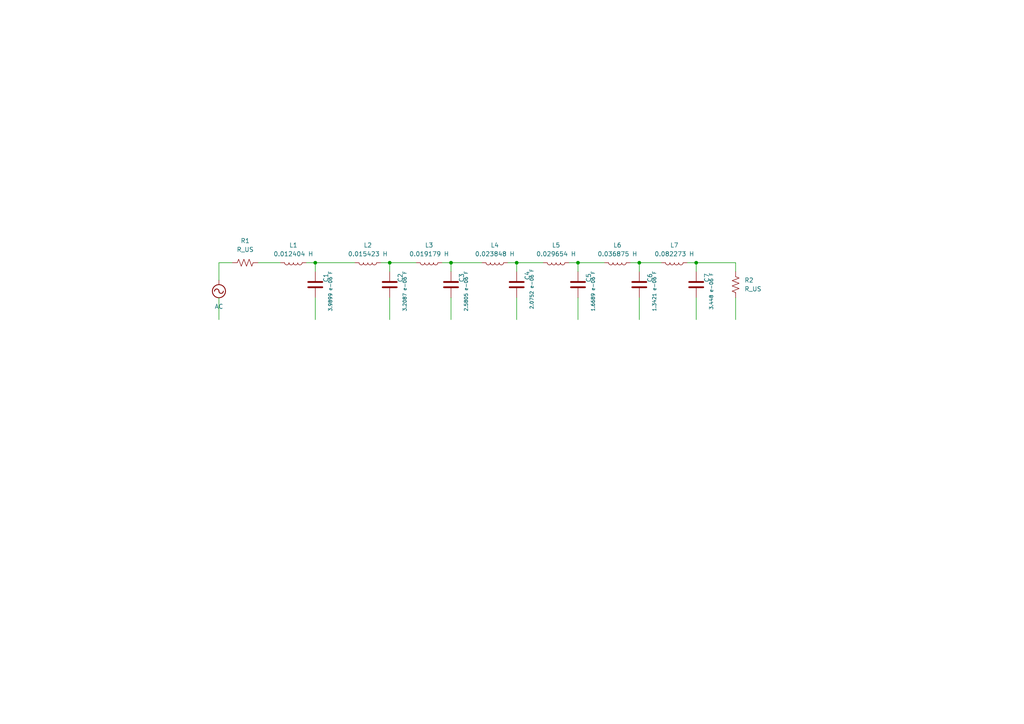
<source format=kicad_sch>
(kicad_sch (version 20211123) (generator eeschema)

  (uuid e3099702-ee51-47c9-b4be-fd614de56fd1)

  (paper "A4")

  (title_block
    (title "Matching Circuit Schematic with 7 LC Pairs")
    (date "2022-12-30")
    (rev "0")
    (company "The Ohio State University")
  )

  (lib_symbols
    (symbol "Device:C" (pin_numbers hide) (pin_names (offset 0.254)) (in_bom yes) (on_board yes)
      (property "Reference" "C" (id 0) (at 0.635 2.54 0)
        (effects (font (size 1.27 1.27)) (justify left))
      )
      (property "Value" "C" (id 1) (at 0.635 -2.54 0)
        (effects (font (size 1.27 1.27)) (justify left))
      )
      (property "Footprint" "" (id 2) (at 0.9652 -3.81 0)
        (effects (font (size 1.27 1.27)) hide)
      )
      (property "Datasheet" "~" (id 3) (at 0 0 0)
        (effects (font (size 1.27 1.27)) hide)
      )
      (property "ki_keywords" "cap capacitor" (id 4) (at 0 0 0)
        (effects (font (size 1.27 1.27)) hide)
      )
      (property "ki_description" "Unpolarized capacitor" (id 5) (at 0 0 0)
        (effects (font (size 1.27 1.27)) hide)
      )
      (property "ki_fp_filters" "C_*" (id 6) (at 0 0 0)
        (effects (font (size 1.27 1.27)) hide)
      )
      (symbol "C_0_1"
        (polyline
          (pts
            (xy -2.032 -0.762)
            (xy 2.032 -0.762)
          )
          (stroke (width 0.508) (type default) (color 0 0 0 0))
          (fill (type none))
        )
        (polyline
          (pts
            (xy -2.032 0.762)
            (xy 2.032 0.762)
          )
          (stroke (width 0.508) (type default) (color 0 0 0 0))
          (fill (type none))
        )
      )
      (symbol "C_1_1"
        (pin passive line (at 0 3.81 270) (length 2.794)
          (name "~" (effects (font (size 1.27 1.27))))
          (number "1" (effects (font (size 1.27 1.27))))
        )
        (pin passive line (at 0 -3.81 90) (length 2.794)
          (name "~" (effects (font (size 1.27 1.27))))
          (number "2" (effects (font (size 1.27 1.27))))
        )
      )
    )
    (symbol "Device:L" (pin_numbers hide) (pin_names (offset 1.016) hide) (in_bom yes) (on_board yes)
      (property "Reference" "L" (id 0) (at -1.27 0 90)
        (effects (font (size 1.27 1.27)))
      )
      (property "Value" "L" (id 1) (at 1.905 0 90)
        (effects (font (size 1.27 1.27)))
      )
      (property "Footprint" "" (id 2) (at 0 0 0)
        (effects (font (size 1.27 1.27)) hide)
      )
      (property "Datasheet" "~" (id 3) (at 0 0 0)
        (effects (font (size 1.27 1.27)) hide)
      )
      (property "ki_keywords" "inductor choke coil reactor magnetic" (id 4) (at 0 0 0)
        (effects (font (size 1.27 1.27)) hide)
      )
      (property "ki_description" "Inductor" (id 5) (at 0 0 0)
        (effects (font (size 1.27 1.27)) hide)
      )
      (property "ki_fp_filters" "Choke_* *Coil* Inductor_* L_*" (id 6) (at 0 0 0)
        (effects (font (size 1.27 1.27)) hide)
      )
      (symbol "L_0_1"
        (arc (start 0 -2.54) (mid 0.635 -1.905) (end 0 -1.27)
          (stroke (width 0) (type default) (color 0 0 0 0))
          (fill (type none))
        )
        (arc (start 0 -1.27) (mid 0.635 -0.635) (end 0 0)
          (stroke (width 0) (type default) (color 0 0 0 0))
          (fill (type none))
        )
        (arc (start 0 0) (mid 0.635 0.635) (end 0 1.27)
          (stroke (width 0) (type default) (color 0 0 0 0))
          (fill (type none))
        )
        (arc (start 0 1.27) (mid 0.635 1.905) (end 0 2.54)
          (stroke (width 0) (type default) (color 0 0 0 0))
          (fill (type none))
        )
      )
      (symbol "L_1_1"
        (pin passive line (at 0 3.81 270) (length 1.27)
          (name "1" (effects (font (size 1.27 1.27))))
          (number "1" (effects (font (size 1.27 1.27))))
        )
        (pin passive line (at 0 -3.81 90) (length 1.27)
          (name "2" (effects (font (size 1.27 1.27))))
          (number "2" (effects (font (size 1.27 1.27))))
        )
      )
    )
    (symbol "Device:R_US" (pin_numbers hide) (pin_names (offset 0)) (in_bom yes) (on_board yes)
      (property "Reference" "R" (id 0) (at 2.54 0 90)
        (effects (font (size 1.27 1.27)))
      )
      (property "Value" "R_US" (id 1) (at -2.54 0 90)
        (effects (font (size 1.27 1.27)))
      )
      (property "Footprint" "" (id 2) (at 1.016 -0.254 90)
        (effects (font (size 1.27 1.27)) hide)
      )
      (property "Datasheet" "~" (id 3) (at 0 0 0)
        (effects (font (size 1.27 1.27)) hide)
      )
      (property "ki_keywords" "R res resistor" (id 4) (at 0 0 0)
        (effects (font (size 1.27 1.27)) hide)
      )
      (property "ki_description" "Resistor, US symbol" (id 5) (at 0 0 0)
        (effects (font (size 1.27 1.27)) hide)
      )
      (property "ki_fp_filters" "R_*" (id 6) (at 0 0 0)
        (effects (font (size 1.27 1.27)) hide)
      )
      (symbol "R_US_0_1"
        (polyline
          (pts
            (xy 0 -2.286)
            (xy 0 -2.54)
          )
          (stroke (width 0) (type default) (color 0 0 0 0))
          (fill (type none))
        )
        (polyline
          (pts
            (xy 0 2.286)
            (xy 0 2.54)
          )
          (stroke (width 0) (type default) (color 0 0 0 0))
          (fill (type none))
        )
        (polyline
          (pts
            (xy 0 -0.762)
            (xy 1.016 -1.143)
            (xy 0 -1.524)
            (xy -1.016 -1.905)
            (xy 0 -2.286)
          )
          (stroke (width 0) (type default) (color 0 0 0 0))
          (fill (type none))
        )
        (polyline
          (pts
            (xy 0 0.762)
            (xy 1.016 0.381)
            (xy 0 0)
            (xy -1.016 -0.381)
            (xy 0 -0.762)
          )
          (stroke (width 0) (type default) (color 0 0 0 0))
          (fill (type none))
        )
        (polyline
          (pts
            (xy 0 2.286)
            (xy 1.016 1.905)
            (xy 0 1.524)
            (xy -1.016 1.143)
            (xy 0 0.762)
          )
          (stroke (width 0) (type default) (color 0 0 0 0))
          (fill (type none))
        )
      )
      (symbol "R_US_1_1"
        (pin passive line (at 0 3.81 270) (length 1.27)
          (name "~" (effects (font (size 1.27 1.27))))
          (number "1" (effects (font (size 1.27 1.27))))
        )
        (pin passive line (at 0 -3.81 90) (length 1.27)
          (name "~" (effects (font (size 1.27 1.27))))
          (number "2" (effects (font (size 1.27 1.27))))
        )
      )
    )
    (symbol "power:AC" (power) (pin_names (offset 0)) (in_bom yes) (on_board yes)
      (property "Reference" "#PWR" (id 0) (at 0 -2.54 0)
        (effects (font (size 1.27 1.27)) hide)
      )
      (property "Value" "AC" (id 1) (at 0 6.35 0)
        (effects (font (size 1.27 1.27)))
      )
      (property "Footprint" "" (id 2) (at 0 0 0)
        (effects (font (size 1.27 1.27)) hide)
      )
      (property "Datasheet" "" (id 3) (at 0 0 0)
        (effects (font (size 1.27 1.27)) hide)
      )
      (property "ki_keywords" "power-flag" (id 4) (at 0 0 0)
        (effects (font (size 1.27 1.27)) hide)
      )
      (property "ki_description" "Power symbol creates a global label with name \"AC\"" (id 5) (at 0 0 0)
        (effects (font (size 1.27 1.27)) hide)
      )
      (symbol "AC_0_1"
        (polyline
          (pts
            (xy 0 0)
            (xy 0 1.27)
          )
          (stroke (width 0) (type default) (color 0 0 0 0))
          (fill (type none))
        )
        (arc (start 0 3.175) (mid -0.635 3.81) (end -1.27 3.175)
          (stroke (width 0.254) (type default) (color 0 0 0 0))
          (fill (type none))
        )
        (arc (start 0 3.175) (mid 0.635 2.54) (end 1.27 3.175)
          (stroke (width 0.254) (type default) (color 0 0 0 0))
          (fill (type none))
        )
        (circle (center 0 3.175) (radius 1.905)
          (stroke (width 0.254) (type default) (color 0 0 0 0))
          (fill (type none))
        )
      )
      (symbol "AC_1_1"
        (pin power_in line (at 0 0 90) (length 0) hide
          (name "AC" (effects (font (size 1.27 1.27))))
          (number "1" (effects (font (size 1.27 1.27))))
        )
      )
    )
  )

  (junction (at 130.81 76.2) (diameter 0) (color 0 0 0 0)
    (uuid 51db4003-1a14-4496-94ce-ebd2817cedd5)
  )
  (junction (at 167.64 76.2) (diameter 0) (color 0 0 0 0)
    (uuid 721917ca-171f-412a-b323-42218ab9f897)
  )
  (junction (at 113.03 76.2) (diameter 0) (color 0 0 0 0)
    (uuid a9d8f7de-0b42-4f3f-aef1-699e538b3f24)
  )
  (junction (at 91.44 76.2) (diameter 0) (color 0 0 0 0)
    (uuid c7efe85d-5d3d-4ff9-bcba-c00cb8109a63)
  )
  (junction (at 185.42 76.2) (diameter 0) (color 0 0 0 0)
    (uuid db06c1e8-24b9-4540-b494-e94ab7ba5016)
  )
  (junction (at 149.86 76.2) (diameter 0) (color 0 0 0 0)
    (uuid defeaf5f-9dfd-405e-a969-dd83c8c5cab7)
  )
  (junction (at 201.93 76.2) (diameter 0) (color 0 0 0 0)
    (uuid ea19423e-8c73-4cd5-9ca4-18d027b5914c)
  )

  (wire (pts (xy 149.86 76.2) (xy 149.86 78.74))
    (stroke (width 0) (type default) (color 0 0 0 0))
    (uuid 06882bf0-8f54-419a-9faa-cee4818369f6)
  )
  (wire (pts (xy 91.44 76.2) (xy 91.44 78.74))
    (stroke (width 0) (type default) (color 0 0 0 0))
    (uuid 08532260-d590-4365-acd3-87f577d53e5f)
  )
  (wire (pts (xy 167.64 76.2) (xy 167.64 78.74))
    (stroke (width 0) (type default) (color 0 0 0 0))
    (uuid 0c81d17d-1a31-4830-aaf8-27f0f761caca)
  )
  (wire (pts (xy 74.93 76.2) (xy 81.28 76.2))
    (stroke (width 0) (type default) (color 0 0 0 0))
    (uuid 126dd52c-6c30-4db4-91ff-3642d87bff6c)
  )
  (wire (pts (xy 110.49 76.2) (xy 113.03 76.2))
    (stroke (width 0) (type default) (color 0 0 0 0))
    (uuid 1587dcd4-ecfb-42ba-a3e1-1c4487040086)
  )
  (wire (pts (xy 88.9 76.2) (xy 91.44 76.2))
    (stroke (width 0) (type default) (color 0 0 0 0))
    (uuid 1c23c41d-fbdf-4f9c-8d1a-7afebeb25afa)
  )
  (wire (pts (xy 113.03 86.36) (xy 113.03 92.71))
    (stroke (width 0) (type default) (color 0 0 0 0))
    (uuid 2586d8c6-d123-4cd4-a09a-ee20d4239c97)
  )
  (wire (pts (xy 128.27 76.2) (xy 130.81 76.2))
    (stroke (width 0) (type default) (color 0 0 0 0))
    (uuid 29d649c8-d2bc-4c38-9a7c-d4599bf4bc63)
  )
  (wire (pts (xy 182.88 76.2) (xy 185.42 76.2))
    (stroke (width 0) (type default) (color 0 0 0 0))
    (uuid 3bc710df-ff36-4890-9e5c-71a32d034d65)
  )
  (wire (pts (xy 91.44 76.2) (xy 102.87 76.2))
    (stroke (width 0) (type default) (color 0 0 0 0))
    (uuid 3ef42065-750e-4a6c-9da9-21360e20d157)
  )
  (wire (pts (xy 185.42 76.2) (xy 185.42 78.74))
    (stroke (width 0) (type default) (color 0 0 0 0))
    (uuid 4816b03f-4110-4530-9c7f-4ac3236b306c)
  )
  (wire (pts (xy 130.81 76.2) (xy 130.81 78.74))
    (stroke (width 0) (type default) (color 0 0 0 0))
    (uuid 59f4eef4-9da3-4f20-b7f9-34e6c076b457)
  )
  (wire (pts (xy 201.93 76.2) (xy 201.93 78.74))
    (stroke (width 0) (type default) (color 0 0 0 0))
    (uuid 5e0819a7-92a3-458d-9f20-7c8fc98707d9)
  )
  (wire (pts (xy 63.5 76.2) (xy 67.31 76.2))
    (stroke (width 0) (type default) (color 0 0 0 0))
    (uuid 5e723299-88b4-4d8e-9957-112a928c56b2)
  )
  (wire (pts (xy 113.03 76.2) (xy 120.65 76.2))
    (stroke (width 0) (type default) (color 0 0 0 0))
    (uuid 606e14e9-f226-4469-a5ff-1abaa8581fc9)
  )
  (wire (pts (xy 213.36 86.36) (xy 213.36 92.71))
    (stroke (width 0) (type default) (color 0 0 0 0))
    (uuid 6163454c-4157-4386-ab8e-24ebf72e833f)
  )
  (wire (pts (xy 130.81 86.36) (xy 130.81 92.71))
    (stroke (width 0) (type default) (color 0 0 0 0))
    (uuid 677a5b53-d90e-4f54-8937-eabf0e1e0202)
  )
  (wire (pts (xy 63.5 81.28) (xy 63.5 76.2))
    (stroke (width 0) (type default) (color 0 0 0 0))
    (uuid 6b7e7439-44bc-40f0-9008-196611d4b9d2)
  )
  (wire (pts (xy 63.5 86.36) (xy 63.5 92.71))
    (stroke (width 0) (type default) (color 0 0 0 0))
    (uuid 6bd7c019-57af-4a75-acdd-be1f10629751)
  )
  (wire (pts (xy 201.93 76.2) (xy 213.36 76.2))
    (stroke (width 0) (type default) (color 0 0 0 0))
    (uuid 6c5bb899-30a4-4d78-be35-3d733f45e94c)
  )
  (wire (pts (xy 91.44 86.36) (xy 91.44 92.71))
    (stroke (width 0) (type default) (color 0 0 0 0))
    (uuid 6f88a434-53f6-4013-8fa7-622f9f5a2e96)
  )
  (wire (pts (xy 113.03 76.2) (xy 113.03 78.74))
    (stroke (width 0) (type default) (color 0 0 0 0))
    (uuid 82fc7b99-2800-45a0-994d-d7396aaffd89)
  )
  (wire (pts (xy 201.93 86.36) (xy 201.93 92.71))
    (stroke (width 0) (type default) (color 0 0 0 0))
    (uuid 925f06cd-d0c2-4fc5-86cf-09e2ad89159f)
  )
  (wire (pts (xy 130.81 76.2) (xy 139.7 76.2))
    (stroke (width 0) (type default) (color 0 0 0 0))
    (uuid 93c550bd-3524-4a1d-a193-ab5b03399700)
  )
  (wire (pts (xy 167.64 76.2) (xy 175.26 76.2))
    (stroke (width 0) (type default) (color 0 0 0 0))
    (uuid a588a4ae-b800-483e-bd03-a96994719332)
  )
  (wire (pts (xy 167.64 86.36) (xy 167.64 92.71))
    (stroke (width 0) (type default) (color 0 0 0 0))
    (uuid a9ccb5e5-8b7c-4be3-8ae4-1537ea1396d7)
  )
  (wire (pts (xy 213.36 76.2) (xy 213.36 78.74))
    (stroke (width 0) (type default) (color 0 0 0 0))
    (uuid cecc78dd-fdad-4605-ac69-32e9ea162b52)
  )
  (wire (pts (xy 165.1 76.2) (xy 167.64 76.2))
    (stroke (width 0) (type default) (color 0 0 0 0))
    (uuid d2af6050-7704-42cc-b3bf-6e7bfe89449f)
  )
  (wire (pts (xy 185.42 76.2) (xy 191.77 76.2))
    (stroke (width 0) (type default) (color 0 0 0 0))
    (uuid d3e60620-b0a0-433f-8b4e-82ddc28b4864)
  )
  (wire (pts (xy 149.86 86.36) (xy 149.86 92.71))
    (stroke (width 0) (type default) (color 0 0 0 0))
    (uuid d65bcce2-072d-40d4-bc66-a359f59607b6)
  )
  (wire (pts (xy 185.42 86.36) (xy 185.42 92.71))
    (stroke (width 0) (type default) (color 0 0 0 0))
    (uuid e19bd4e3-a2f1-4b75-bbb4-e01315d8ae65)
  )
  (wire (pts (xy 147.32 76.2) (xy 149.86 76.2))
    (stroke (width 0) (type default) (color 0 0 0 0))
    (uuid e4c363af-2804-4b6a-b0b5-ba783ef0f6ea)
  )
  (wire (pts (xy 199.39 76.2) (xy 201.93 76.2))
    (stroke (width 0) (type default) (color 0 0 0 0))
    (uuid e9a216cd-0fcc-4198-afdd-21b348b2463d)
  )
  (wire (pts (xy 149.86 76.2) (xy 157.48 76.2))
    (stroke (width 0) (type default) (color 0 0 0 0))
    (uuid f68bbc9c-26ba-4885-b793-bbaece8bdedb)
  )

  (symbol (lib_id "Device:C") (at 130.81 82.55 0) (unit 1)
    (in_bom yes) (on_board yes)
    (uuid 06f882ab-689f-4124-a6e0-952b5dac3f48)
    (property "Reference" "C3" (id 0) (at 134.62 81.9149 90)
      (effects (font (size 1.27 1.27)) (justify left bottom))
    )
    (property "Value" "2.5805 e-06 F" (id 1) (at 134.62 84.455 90)
      (effects (font (size 1 1)) (justify top))
    )
    (property "Footprint" "" (id 2) (at 131.7752 86.36 0)
      (effects (font (size 1.27 1.27)) hide)
    )
    (property "Datasheet" "~" (id 3) (at 130.81 82.55 0)
      (effects (font (size 1.27 1.27)) hide)
    )
    (pin "1" (uuid 7e489a96-93d8-43e0-8ab6-15206cfd441a))
    (pin "2" (uuid 3d3e9974-6488-4f7c-87b0-8bef0c9ae591))
  )

  (symbol (lib_id "Device:L") (at 161.29 76.2 270) (unit 1)
    (in_bom yes) (on_board yes) (fields_autoplaced)
    (uuid 0aa074c6-f4e7-4a21-b046-bf6eb6513a27)
    (property "Reference" "L5" (id 0) (at 161.29 71.12 90))
    (property "Value" "0.029654 H" (id 1) (at 161.29 73.66 90))
    (property "Footprint" "" (id 2) (at 161.29 76.2 0)
      (effects (font (size 1.27 1.27)) hide)
    )
    (property "Datasheet" "~" (id 3) (at 161.29 76.2 0)
      (effects (font (size 1.27 1.27)) hide)
    )
    (pin "1" (uuid 33e2a197-5b3e-43ab-a6a7-75fe514344bd))
    (pin "2" (uuid 12ca1546-b9c6-443f-af66-aa04e2778d84))
  )

  (symbol (lib_id "Device:C") (at 201.93 82.55 0) (unit 1)
    (in_bom yes) (on_board yes)
    (uuid 0abda520-da55-4bf0-b083-66c6b9fbc27d)
    (property "Reference" "C7" (id 0) (at 205.74 81.9149 90)
      (effects (font (size 1.27 1.27)) (justify left bottom))
    )
    (property "Value" "3.448 e-06 F" (id 1) (at 205.74 84.455 90)
      (effects (font (size 1 1)) (justify top))
    )
    (property "Footprint" "" (id 2) (at 202.8952 86.36 0)
      (effects (font (size 1.27 1.27)) hide)
    )
    (property "Datasheet" "~" (id 3) (at 201.93 82.55 0)
      (effects (font (size 1.27 1.27)) hide)
    )
    (pin "1" (uuid b5c598a6-cbcf-4a48-9c04-a4956fb75fd2))
    (pin "2" (uuid 290cc414-d956-41ba-8974-8c59bbc37038))
  )

  (symbol (lib_id "Device:C") (at 149.86 82.55 0) (unit 1)
    (in_bom yes) (on_board yes)
    (uuid 1be84b8c-0e56-4691-ad6f-2bc6cf9a110c)
    (property "Reference" "C4" (id 0) (at 153.67 81.2799 90)
      (effects (font (size 1.27 1.27)) (justify left bottom))
    )
    (property "Value" "2.0752 e-06 F" (id 1) (at 153.67 83.8199 90)
      (effects (font (size 1 1)) (justify top))
    )
    (property "Footprint" "" (id 2) (at 150.8252 86.36 0)
      (effects (font (size 1.27 1.27)) hide)
    )
    (property "Datasheet" "~" (id 3) (at 149.86 82.55 0)
      (effects (font (size 1.27 1.27)) hide)
    )
    (pin "1" (uuid 1f91def6-4227-4d23-b9c9-89bf71d6c2c0))
    (pin "2" (uuid 79561879-b9a5-4a41-af79-91931ae495e8))
  )

  (symbol (lib_id "Device:R_US") (at 213.36 82.55 0) (unit 1)
    (in_bom yes) (on_board yes) (fields_autoplaced)
    (uuid 24c636dd-c6bb-44da-95f3-4a85df49b4b7)
    (property "Reference" "R2" (id 0) (at 215.9 81.2799 0)
      (effects (font (size 1.27 1.27)) (justify left))
    )
    (property "Value" "R_US" (id 1) (at 215.9 83.8199 0)
      (effects (font (size 1.27 1.27)) (justify left))
    )
    (property "Footprint" "" (id 2) (at 214.376 82.804 90)
      (effects (font (size 1.27 1.27)) hide)
    )
    (property "Datasheet" "~" (id 3) (at 213.36 82.55 0)
      (effects (font (size 1.27 1.27)) hide)
    )
    (pin "1" (uuid e229de2f-7d01-4431-b457-1782a0638c74))
    (pin "2" (uuid db0547f0-a24b-4282-afbe-2e2774bd00f9))
  )

  (symbol (lib_id "Device:L") (at 195.58 76.2 270) (unit 1)
    (in_bom yes) (on_board yes) (fields_autoplaced)
    (uuid 26436035-88c1-4d21-bad6-9c6ea14ae7b4)
    (property "Reference" "L7" (id 0) (at 195.58 71.12 90))
    (property "Value" "0.082273 H" (id 1) (at 195.58 73.66 90))
    (property "Footprint" "" (id 2) (at 195.58 76.2 0)
      (effects (font (size 1.27 1.27)) hide)
    )
    (property "Datasheet" "~" (id 3) (at 195.58 76.2 0)
      (effects (font (size 1.27 1.27)) hide)
    )
    (pin "1" (uuid 0af5488a-c6cd-400f-9f76-ce5dba2516d5))
    (pin "2" (uuid 69a0115d-8112-4e6a-b2b4-32a319f55157))
  )

  (symbol (lib_id "Device:L") (at 143.51 76.2 270) (unit 1)
    (in_bom yes) (on_board yes) (fields_autoplaced)
    (uuid 33b2b576-a262-4efe-91b3-79b90c14a9e5)
    (property "Reference" "L4" (id 0) (at 143.51 71.12 90))
    (property "Value" "0.023848 H" (id 1) (at 143.51 73.66 90))
    (property "Footprint" "" (id 2) (at 143.51 76.2 0)
      (effects (font (size 1.27 1.27)) hide)
    )
    (property "Datasheet" "~" (id 3) (at 143.51 76.2 0)
      (effects (font (size 1.27 1.27)) hide)
    )
    (pin "1" (uuid 1334d9c9-2a8f-4289-b850-86401cff0175))
    (pin "2" (uuid e4d735d1-fcd4-4ca9-9194-22a1b6497a59))
  )

  (symbol (lib_id "Device:R_US") (at 71.12 76.2 270) (unit 1)
    (in_bom yes) (on_board yes) (fields_autoplaced)
    (uuid 3a725c82-fedb-4905-b77a-222a7101ed63)
    (property "Reference" "R1" (id 0) (at 71.12 69.85 90))
    (property "Value" "R_US" (id 1) (at 71.12 72.39 90))
    (property "Footprint" "" (id 2) (at 70.866 77.216 90)
      (effects (font (size 1.27 1.27)) hide)
    )
    (property "Datasheet" "~" (id 3) (at 71.12 76.2 0)
      (effects (font (size 1.27 1.27)) hide)
    )
    (pin "1" (uuid 7080af17-80ea-4bd6-b1fa-6e5415035a60))
    (pin "2" (uuid 7ff32e73-e07c-40f2-92ac-b8948556b5fe))
  )

  (symbol (lib_id "Device:C") (at 91.44 82.55 0) (unit 1)
    (in_bom yes) (on_board yes)
    (uuid 4661d3f7-19e3-4b9a-9fd5-1e7f978a5c3e)
    (property "Reference" "C1" (id 0) (at 95.25 81.9149 90)
      (effects (font (size 1.27 1.27)) (justify left bottom))
    )
    (property "Value" "3.9899 e-06 F" (id 1) (at 95.25 84.455 90)
      (effects (font (size 1 1)) (justify top))
    )
    (property "Footprint" "" (id 2) (at 92.4052 86.36 0)
      (effects (font (size 1.27 1.27)) hide)
    )
    (property "Datasheet" "~" (id 3) (at 91.44 82.55 0)
      (effects (font (size 1.27 1.27)) hide)
    )
    (pin "1" (uuid e2dafff6-11d5-4b1a-9ecc-8fa2680ad158))
    (pin "2" (uuid c963533e-dd1c-4c0b-b2f4-d1087277a836))
  )

  (symbol (lib_id "Device:L") (at 179.07 76.2 270) (unit 1)
    (in_bom yes) (on_board yes) (fields_autoplaced)
    (uuid 52a708f6-67d7-414e-8e83-2e20cc71026e)
    (property "Reference" "L6" (id 0) (at 179.07 71.12 90))
    (property "Value" "0.036875 H" (id 1) (at 179.07 73.66 90))
    (property "Footprint" "" (id 2) (at 179.07 76.2 0)
      (effects (font (size 1.27 1.27)) hide)
    )
    (property "Datasheet" "~" (id 3) (at 179.07 76.2 0)
      (effects (font (size 1.27 1.27)) hide)
    )
    (pin "1" (uuid 8400f3a8-64b2-4401-bcfc-682b3a619fb0))
    (pin "2" (uuid ac034989-4606-4868-bec8-7c990d4a8c67))
  )

  (symbol (lib_id "Device:L") (at 85.09 76.2 270) (unit 1)
    (in_bom yes) (on_board yes) (fields_autoplaced)
    (uuid 66137614-d113-4ece-8bcd-d0d595bd05eb)
    (property "Reference" "L1" (id 0) (at 85.09 71.12 90))
    (property "Value" "0.012404 H" (id 1) (at 85.09 73.66 90))
    (property "Footprint" "" (id 2) (at 85.09 76.2 0)
      (effects (font (size 1.27 1.27)) hide)
    )
    (property "Datasheet" "~" (id 3) (at 85.09 76.2 0)
      (effects (font (size 1.27 1.27)) hide)
    )
    (pin "1" (uuid b19d5676-e807-4447-92f0-f8b957925142))
    (pin "2" (uuid 828a48f2-6288-4fae-82a8-55b6c4a2e7c1))
  )

  (symbol (lib_id "Device:L") (at 106.68 76.2 270) (unit 1)
    (in_bom yes) (on_board yes) (fields_autoplaced)
    (uuid 757ae5d7-99f5-496c-86fe-943f99f907dd)
    (property "Reference" "L2" (id 0) (at 106.68 71.12 90))
    (property "Value" "0.015423 H" (id 1) (at 106.68 73.66 90))
    (property "Footprint" "" (id 2) (at 106.68 76.2 0)
      (effects (font (size 1.27 1.27)) hide)
    )
    (property "Datasheet" "~" (id 3) (at 106.68 76.2 0)
      (effects (font (size 1.27 1.27)) hide)
    )
    (pin "1" (uuid f8e82255-97bc-4db8-90af-b778a0174368))
    (pin "2" (uuid 5b67242e-b784-4f9a-ba1c-9abf56a4aa21))
  )

  (symbol (lib_id "Device:C") (at 113.03 82.55 0) (unit 1)
    (in_bom yes) (on_board yes)
    (uuid 7a9746ad-b0f6-4c8e-bc2d-0ccf999c2402)
    (property "Reference" "C2" (id 0) (at 116.84 81.9149 90)
      (effects (font (size 1.27 1.27)) (justify left bottom))
    )
    (property "Value" "3.2087 e-06 F" (id 1) (at 116.84 84.455 90)
      (effects (font (size 1 1)) (justify top))
    )
    (property "Footprint" "" (id 2) (at 113.9952 86.36 0)
      (effects (font (size 1.27 1.27)) hide)
    )
    (property "Datasheet" "~" (id 3) (at 113.03 82.55 0)
      (effects (font (size 1.27 1.27)) hide)
    )
    (pin "1" (uuid c595cf4c-ec2a-4e32-8f9d-5e18ffc429ed))
    (pin "2" (uuid d24210c2-11b2-43df-a233-41bea78c8648))
  )

  (symbol (lib_id "Device:C") (at 185.42 82.55 0) (unit 1)
    (in_bom yes) (on_board yes)
    (uuid 7cbd8300-cfb7-4b7b-9a78-10ba8db412be)
    (property "Reference" "C6" (id 0) (at 189.23 81.9149 90)
      (effects (font (size 1.27 1.27)) (justify left bottom))
    )
    (property "Value" "1.3421 e-06 F" (id 1) (at 189.23 84.455 90)
      (effects (font (size 1 1)) (justify top))
    )
    (property "Footprint" "" (id 2) (at 186.3852 86.36 0)
      (effects (font (size 1.27 1.27)) hide)
    )
    (property "Datasheet" "~" (id 3) (at 185.42 82.55 0)
      (effects (font (size 1.27 1.27)) hide)
    )
    (pin "1" (uuid 842a739b-f071-49a5-b938-1cf417f00a19))
    (pin "2" (uuid 42705d95-4ab9-43ff-b431-b5497a74a652))
  )

  (symbol (lib_id "Device:C") (at 167.64 82.55 0) (unit 1)
    (in_bom yes) (on_board yes)
    (uuid 852568c1-78b0-41c1-8389-bcbf0e37d6f5)
    (property "Reference" "C5" (id 0) (at 171.45 81.9149 90)
      (effects (font (size 1.27 1.27)) (justify left bottom))
    )
    (property "Value" "1.6689 e-06 F" (id 1) (at 171.45 84.455 90)
      (effects (font (size 1 1)) (justify top))
    )
    (property "Footprint" "" (id 2) (at 168.6052 86.36 0)
      (effects (font (size 1.27 1.27)) hide)
    )
    (property "Datasheet" "~" (id 3) (at 167.64 82.55 0)
      (effects (font (size 1.27 1.27)) hide)
    )
    (pin "1" (uuid fbc60c21-0811-4dac-a451-3e8b73d0d768))
    (pin "2" (uuid ab8b4438-2a33-45a0-aa54-6d75c19e96e0))
  )

  (symbol (lib_id "power:AC") (at 63.5 81.28 180) (unit 1)
    (in_bom yes) (on_board yes) (fields_autoplaced)
    (uuid bf3eb2da-9506-459f-ba14-2342f6137d03)
    (property "Reference" "#PWR01" (id 0) (at 63.5 78.74 0)
      (effects (font (size 1.27 1.27)) hide)
    )
    (property "Value" "AC" (id 1) (at 63.5 88.9 0))
    (property "Footprint" "" (id 2) (at 63.5 81.28 0)
      (effects (font (size 1.27 1.27)) hide)
    )
    (property "Datasheet" "" (id 3) (at 63.5 81.28 0)
      (effects (font (size 1.27 1.27)) hide)
    )
    (pin "1" (uuid d40990a3-4856-4147-a9d4-bcb9c93908af))
  )

  (symbol (lib_id "Device:L") (at 124.46 76.2 270) (unit 1)
    (in_bom yes) (on_board yes) (fields_autoplaced)
    (uuid ef78daf9-47d6-4616-ba22-9cccb1ec460d)
    (property "Reference" "L3" (id 0) (at 124.46 71.12 90))
    (property "Value" "0.019179 H" (id 1) (at 124.46 73.66 90))
    (property "Footprint" "" (id 2) (at 124.46 76.2 0)
      (effects (font (size 1.27 1.27)) hide)
    )
    (property "Datasheet" "~" (id 3) (at 124.46 76.2 0)
      (effects (font (size 1.27 1.27)) hide)
    )
    (pin "1" (uuid d5acef3c-6d08-4010-b61b-688765b3e28d))
    (pin "2" (uuid d60e357c-5642-4863-86a4-fdd2a26fa2e2))
  )

  (sheet_instances
    (path "/" (page "1"))
  )

  (symbol_instances
    (path "/bf3eb2da-9506-459f-ba14-2342f6137d03"
      (reference "#PWR01") (unit 1) (value "AC") (footprint "")
    )
    (path "/4661d3f7-19e3-4b9a-9fd5-1e7f978a5c3e"
      (reference "C1") (unit 1) (value "3.9899 e-06 F") (footprint "")
    )
    (path "/7a9746ad-b0f6-4c8e-bc2d-0ccf999c2402"
      (reference "C2") (unit 1) (value "3.2087 e-06 F") (footprint "")
    )
    (path "/06f882ab-689f-4124-a6e0-952b5dac3f48"
      (reference "C3") (unit 1) (value "2.5805 e-06 F") (footprint "")
    )
    (path "/1be84b8c-0e56-4691-ad6f-2bc6cf9a110c"
      (reference "C4") (unit 1) (value "2.0752 e-06 F") (footprint "")
    )
    (path "/852568c1-78b0-41c1-8389-bcbf0e37d6f5"
      (reference "C5") (unit 1) (value "1.6689 e-06 F") (footprint "")
    )
    (path "/7cbd8300-cfb7-4b7b-9a78-10ba8db412be"
      (reference "C6") (unit 1) (value "1.3421 e-06 F") (footprint "")
    )
    (path "/0abda520-da55-4bf0-b083-66c6b9fbc27d"
      (reference "C7") (unit 1) (value "3.448 e-06 F") (footprint "")
    )
    (path "/66137614-d113-4ece-8bcd-d0d595bd05eb"
      (reference "L1") (unit 1) (value "0.012404 H") (footprint "")
    )
    (path "/757ae5d7-99f5-496c-86fe-943f99f907dd"
      (reference "L2") (unit 1) (value "0.015423 H") (footprint "")
    )
    (path "/ef78daf9-47d6-4616-ba22-9cccb1ec460d"
      (reference "L3") (unit 1) (value "0.019179 H") (footprint "")
    )
    (path "/33b2b576-a262-4efe-91b3-79b90c14a9e5"
      (reference "L4") (unit 1) (value "0.023848 H") (footprint "")
    )
    (path "/0aa074c6-f4e7-4a21-b046-bf6eb6513a27"
      (reference "L5") (unit 1) (value "0.029654 H") (footprint "")
    )
    (path "/52a708f6-67d7-414e-8e83-2e20cc71026e"
      (reference "L6") (unit 1) (value "0.036875 H") (footprint "")
    )
    (path "/26436035-88c1-4d21-bad6-9c6ea14ae7b4"
      (reference "L7") (unit 1) (value "0.082273 H") (footprint "")
    )
    (path "/3a725c82-fedb-4905-b77a-222a7101ed63"
      (reference "R1") (unit 1) (value "R_US") (footprint "")
    )
    (path "/24c636dd-c6bb-44da-95f3-4a85df49b4b7"
      (reference "R2") (unit 1) (value "R_US") (footprint "")
    )
  )
)

</source>
